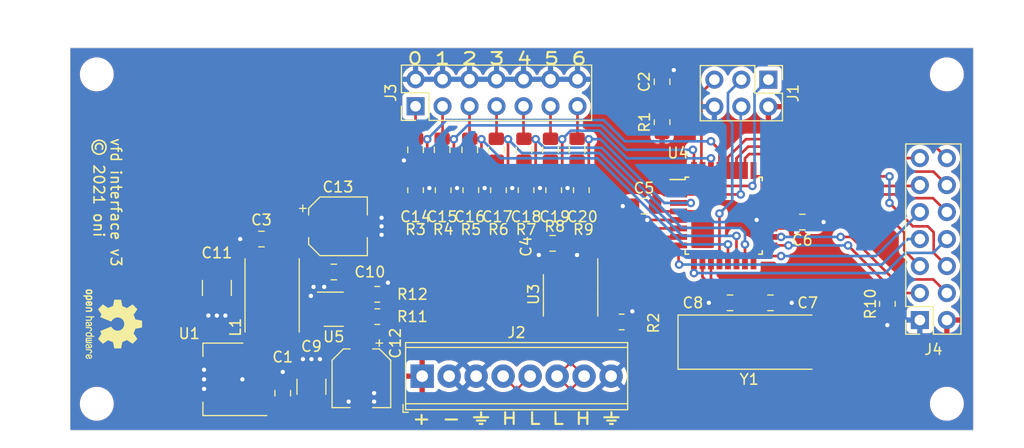
<source format=kicad_pcb>
(kicad_pcb
	(version 20240108)
	(generator "pcbnew")
	(generator_version "8.0")
	(general
		(thickness 1.6)
		(legacy_teardrops no)
	)
	(paper "A4")
	(title_block
		(title "VFD Interface")
		(date "2021-12-12")
		(rev "3")
		(company "© 2021 oni")
	)
	(layers
		(0 "F.Cu" signal)
		(31 "B.Cu" signal)
		(32 "B.Adhes" user "B.Adhesive")
		(33 "F.Adhes" user "F.Adhesive")
		(34 "B.Paste" user)
		(35 "F.Paste" user)
		(36 "B.SilkS" user "B.Silkscreen")
		(37 "F.SilkS" user "F.Silkscreen")
		(38 "B.Mask" user)
		(39 "F.Mask" user)
		(40 "Dwgs.User" user "User.Drawings")
		(41 "Cmts.User" user "User.Comments")
		(42 "Eco1.User" user "User.Eco1")
		(43 "Eco2.User" user "User.Eco2")
		(44 "Edge.Cuts" user)
		(45 "Margin" user)
		(46 "B.CrtYd" user "B.Courtyard")
		(47 "F.CrtYd" user "F.Courtyard")
		(48 "B.Fab" user)
		(49 "F.Fab" user)
	)
	(setup
		(pad_to_mask_clearance 0)
		(allow_soldermask_bridges_in_footprints no)
		(pcbplotparams
			(layerselection 0x00010fc_ffffffff)
			(plot_on_all_layers_selection 0x0000000_00000000)
			(disableapertmacros no)
			(usegerberextensions no)
			(usegerberattributes yes)
			(usegerberadvancedattributes yes)
			(creategerberjobfile yes)
			(dashed_line_dash_ratio 12.000000)
			(dashed_line_gap_ratio 3.000000)
			(svgprecision 4)
			(plotframeref no)
			(viasonmask no)
			(mode 1)
			(useauxorigin no)
			(hpglpennumber 1)
			(hpglpenspeed 20)
			(hpglpendiameter 15.000000)
			(pdf_front_fp_property_popups yes)
			(pdf_back_fp_property_popups yes)
			(dxfpolygonmode yes)
			(dxfimperialunits yes)
			(dxfusepcbnewfont yes)
			(psnegative no)
			(psa4output no)
			(plotreference yes)
			(plotvalue yes)
			(plotfptext yes)
			(plotinvisibletext no)
			(sketchpadsonfab no)
			(subtractmaskfromsilk yes)
			(outputformat 1)
			(mirror no)
			(drillshape 0)
			(scaleselection 1)
			(outputdirectory "plot")
		)
	)
	(net 0 "")
	(net 1 "GND")
	(net 2 "+12V")
	(net 3 "/~{RESET}")
	(net 4 "+5V")
	(net 5 "Net-(C7-Pad2)")
	(net 6 "Net-(C8-Pad2)")
	(net 7 "/MOSI")
	(net 8 "/SCK")
	(net 9 "/MISO")
	(net 10 "/CAN+")
	(net 11 "/CAN-")
	(net 12 "/BUTTON6")
	(net 13 "/BUTTON5")
	(net 14 "/BUTTON4")
	(net 15 "/BUTTON3")
	(net 16 "/BUTTON2")
	(net 17 "/BUTTON1")
	(net 18 "/BUTTON0")
	(net 19 "Net-(R2-Pad1)")
	(net 20 "/VFDDB7")
	(net 21 "/VFDDB6")
	(net 22 "/VFDDB5")
	(net 23 "/VFDDB4")
	(net 24 "/VFDDB3")
	(net 25 "/VFDDB2")
	(net 26 "/VFDDB1")
	(net 27 "/VFDDB0")
	(net 28 "/VFDE")
	(net 29 "/VFDR~{W}")
	(net 30 "/VFDRS")
	(net 31 "/CANRX")
	(net 32 "/CANTX")
	(net 33 "Net-(C10-Pad2)")
	(net 34 "Net-(C10-Pad1)")
	(net 35 "Net-(R11-Pad2)")
	(net 36 "/VF~{RESET}")
	(footprint "Capacitor_SMD:C_0805_2012Metric_Pad1.18x1.45mm_HandSolder" (layer "F.Cu") (at 174.9 98))
	(footprint "Resistor_SMD:R_0805_2012Metric_Pad1.20x1.40mm_HandSolder" (layer "F.Cu") (at 138.5 95 90))
	(footprint "Capacitor_SMD:C_0805_2012Metric_Pad1.18x1.45mm_HandSolder" (layer "F.Cu") (at 161.7 84.8 90))
	(footprint "Package_SO:SOIC-8_3.9x4.9mm_P1.27mm" (layer "F.Cu") (at 153.09 104.9 -90))
	(footprint "Crystal:Crystal_SMD_HC49-SD" (layer "F.Cu") (at 169.9 109.3))
	(footprint "Symbol:OSHW-Logo2_7.3x6mm_SilkScreen" (layer "F.Cu") (at 110 107.6 -90))
	(footprint "Package_TO_SOT_SMD:SOT-223-3_TabPin2" (layer "F.Cu") (at 120.4 112.8 180))
	(footprint "Connector_PinSocket_2.54mm:PinSocket_2x07_P2.54mm_Vertical" (layer "F.Cu") (at 185.96 107.22 180))
	(footprint "Package_QFP:TQFP-32_7x7mm_P0.8mm" (layer "F.Cu") (at 167.5 97.4))
	(footprint "Resistor_SMD:R_0805_2012Metric_Pad1.20x1.40mm_HandSolder" (layer "F.Cu") (at 154.1 95 90))
	(footprint "MountingHole:MountingHole_2.7mm_M2.5_DIN965" (layer "F.Cu") (at 188.5 84.1 180))
	(footprint "Resistor_SMD:R_0805_2012Metric_Pad1.20x1.40mm_HandSolder" (layer "F.Cu") (at 141.1 95 90))
	(footprint "Resistor_SMD:R_0805_2012Metric_Pad1.20x1.40mm_HandSolder" (layer "F.Cu") (at 148.9 95 90))
	(footprint "TerminalBlock_Phoenix:TerminalBlock_Phoenix_MPT-0,5-8-2.54_1x08_P2.54mm_Horizontal" (layer "F.Cu") (at 139.12 112.5))
	(footprint "Resistor_SMD:R_0805_2012Metric_Pad1.20x1.40mm_HandSolder" (layer "F.Cu") (at 157.9 107.4))
	(footprint "Connector_PinHeader_2.54mm:PinHeader_2x07_P2.54mm_Vertical" (layer "F.Cu") (at 138.5 87.1 90))
	(footprint "Capacitor_SMD:C_0805_2012Metric_Pad1.18x1.45mm_HandSolder" (layer "F.Cu") (at 168.1 105.6))
	(footprint "Capacitor_SMD:C_0805_2012Metric_Pad1.18x1.45mm_HandSolder" (layer "F.Cu") (at 151.4 100 180))
	(footprint "Resistor_SMD:R_0805_2012Metric_Pad1.20x1.40mm_HandSolder" (layer "F.Cu") (at 143.7 95 90))
	(footprint "MountingHole:MountingHole_2.7mm_M2.5_DIN965" (layer "F.Cu") (at 108.5 84.1 180))
	(footprint "Connector_PinHeader_2.54mm:PinHeader_2x03_P2.54mm_Vertical" (layer "F.Cu") (at 171.7 84.6 -90))
	(footprint "MountingHole:MountingHole_2.7mm_M2.5_DIN965" (layer "F.Cu") (at 108.5 115.1 180))
	(footprint "MountingHole:MountingHole_2.7mm_M2.5_DIN965" (layer "F.Cu") (at 188.5 115.1 180))
	(footprint "Resistor_SMD:R_0805_2012Metric_Pad1.20x1.40mm_HandSolder" (layer "F.Cu") (at 151.5 95 90))
	(footprint "Resistor_SMD:R_0805_2012Metric_Pad1.20x1.40mm_HandSolder" (layer "F.Cu") (at 146.3 95 90))
	(footprint "Capacitor_SMD:C_0805_2012Metric_Pad1.18x1.45mm_HandSolder" (layer "F.Cu") (at 160 96.5 180))
	(footprint "Resistor_SMD:R_0805_2012Metric_Pad1.20x1.40mm_HandSolder" (layer "F.Cu") (at 161.7 88.6 90))
	(footprint "Capacitor_SMD:C_0805_2012Metric_Pad1.18x1.45mm_HandSolder" (layer "F.Cu") (at 171.9 105.6 180))
	(footprint "Capacitor_SMD:C_0805_2012Metric_Pad1.18x1.45mm_HandSolder" (layer "F.Cu") (at 126 114.1 90))
	(footprint "Resistor_SMD:R_0805_2012Metric_Pad1.20x1.40mm_HandSolder" (layer "F.Cu") (at 182.9 105.7 -90))
	(footprint "Capacitor_SMD:CP_Elec_5x5.3" (layer "F.Cu") (at 131.2 98.4))
	(footprint "Capacitor_SMD:C_0805_2012Metric_Pad1.18x1.45mm_HandSolder" (layer "F.Cu") (at 124 99.6 180))
	(footprint "Capacitor_SMD:C_1210_3225Metric_Pad1.33x2.70mm_HandSolder" (layer "F.Cu") (at 119.8 104.2 -90))
	(footprint "Capacitor_SMD:C_0805_2012Metric_Pad1.18x1.45mm_HandSolder" (layer "F.Cu") (at 130.8 102.7 180))
	(footprint "Package_TO_SOT_SMD:SOT-23-6" (layer "F.Cu") (at 130.8 106.2))
	(footprint "Inductor_SMD:L_Taiyo-Yuden_NR-50xx_HandSoldering" (layer "F.Cu") (at 125 104.9 90))
	(footprint "Capacitor_SMD:C_1210_3225Metric_Pad1.33x2.70mm_HandSolder"
		(layer "F.Cu")
		(uuid "00000000-0000-0000-0000-000061d6e3c2")
		(at 128.7 113.5 90)
		(descr "Capacitor SMD 1210 (3225 Metric), square (rectangular) end terminal, IPC_7351 nominal with elongated pad for handsoldering. (Body size source: IPC-SM-782 page 76, https://www.pcb-3d.com/wordpress/wp-content/uploads/ipc-sm-782a_amendment_1_and_2.pdf), generated with kicad-footprint-generator")
		(tags "capacitor
... [328053 chars truncated]
</source>
